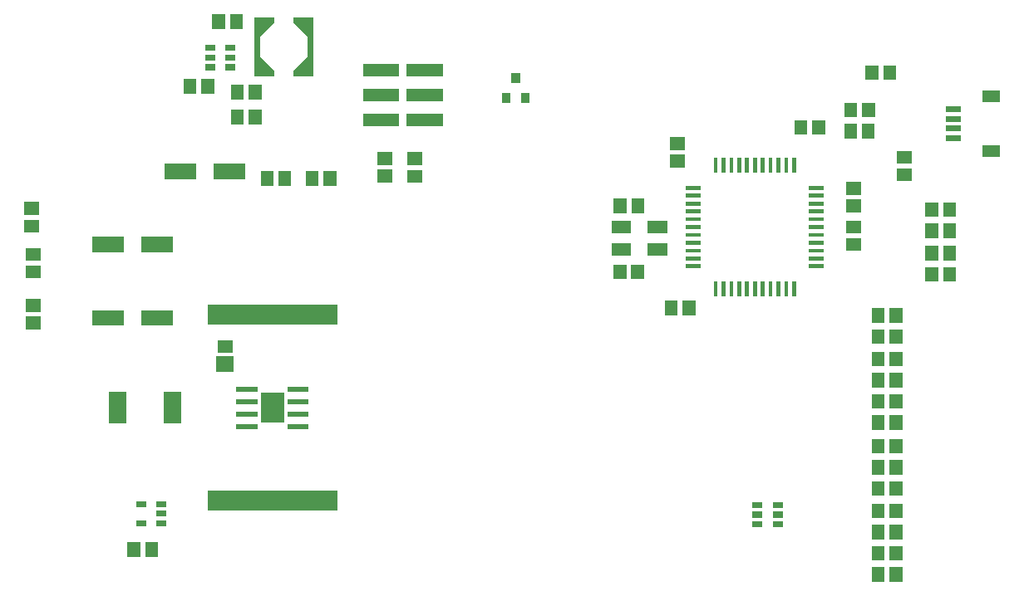
<source format=gbr>
G04 start of page 10 for group -4015 idx -4015 *
G04 Title: (unknown), toppaste *
G04 Creator: pcb 4.0.2 *
G04 CreationDate: Fri Feb  3 04:42:44 2023 UTC *
G04 For: ndholmes *
G04 Format: Gerber/RS-274X *
G04 PCB-Dimensions (mil): 4000.00 2900.00 *
G04 PCB-Coordinate-Origin: lower left *
%MOIN*%
%FSLAX25Y25*%
%LNTOPPASTE*%
%ADD82C,0.0001*%
G54D82*G36*
X348973Y262952D02*X343855D01*
Y257048D01*
X348973D01*
Y262952D01*
G37*
G36*
X356059D02*X350941D01*
Y257048D01*
X356059D01*
Y262952D01*
G37*
G36*
X62858Y223450D02*Y217150D01*
X75457D01*
Y223450D01*
X62858D01*
G37*
G36*
X82543D02*Y217150D01*
X95142D01*
Y223450D01*
X82543D01*
G37*
G36*
X60102Y71452D02*X54984D01*
Y65548D01*
X60102D01*
Y71452D01*
G37*
G36*
X53016D02*X47898D01*
Y65548D01*
X53016D01*
Y71452D01*
G37*
G36*
X142376Y263600D02*Y258600D01*
X156864D01*
Y263600D01*
X142376D01*
G37*
G36*
Y253600D02*Y248600D01*
X156864D01*
Y253600D01*
X142376D01*
G37*
G36*
Y243600D02*Y238600D01*
X156864D01*
Y243600D01*
X142376D01*
G37*
G36*
X159856D02*Y238600D01*
X174344D01*
Y243600D01*
X159856D01*
G37*
G36*
Y253600D02*Y248600D01*
X174344D01*
Y253600D01*
X159856D01*
G37*
G36*
Y263600D02*Y258600D01*
X174344D01*
Y263600D01*
X159856D01*
G37*
G36*
X101602Y255052D02*X96484D01*
Y249148D01*
X101602D01*
Y255052D01*
G37*
G36*
X94516D02*X89398D01*
Y249148D01*
X94516D01*
Y255052D01*
G37*
G36*
X75516Y257452D02*X70398D01*
Y251548D01*
X75516D01*
Y257452D01*
G37*
G36*
X82602D02*X77484D01*
Y251548D01*
X82602D01*
Y257452D01*
G37*
G36*
X79000Y271200D02*Y268800D01*
X83000D01*
Y271200D01*
X79000D01*
G37*
G36*
Y267300D02*Y264900D01*
X83000D01*
Y267300D01*
X79000D01*
G37*
G36*
Y263400D02*Y261000D01*
X83000D01*
Y263400D01*
X79000D01*
G37*
G36*
X87200D02*Y261000D01*
X91200D01*
Y263400D01*
X87200D01*
G37*
G36*
Y267300D02*Y264900D01*
X91200D01*
Y267300D01*
X87200D01*
G37*
G36*
Y271200D02*Y268800D01*
X91200D01*
Y271200D01*
X87200D01*
G37*
G36*
X101602Y245152D02*X96484D01*
Y239248D01*
X101602D01*
Y245152D01*
G37*
G36*
X94516D02*X89398D01*
Y239248D01*
X94516D01*
Y245152D01*
G37*
G36*
X101000Y282300D02*X98700D01*
Y258600D01*
X101000D01*
Y282300D01*
G37*
G36*
X98700Y260900D02*Y258600D01*
X106600D01*
Y260900D01*
X98700D01*
G37*
G36*
Y282300D02*Y280000D01*
X106600D01*
Y282300D01*
X98700D01*
G37*
G36*
X122400D02*X120100D01*
Y258600D01*
X122400D01*
Y282300D01*
G37*
G36*
X114500Y260900D02*Y258600D01*
X122400D01*
Y260900D01*
X114500D01*
G37*
G36*
Y282300D02*Y280000D01*
X122400D01*
Y282300D01*
X114500D01*
G37*
G36*
X101000Y266494D02*X98879Y264373D01*
X104473Y258779D01*
X106594Y260900D01*
X101000Y266494D01*
G37*
G36*
X106594Y280000D02*X104473Y282121D01*
X98879Y276527D01*
X101000Y274406D01*
X106594Y280000D01*
G37*
G36*
X122221Y264373D02*X120100Y266494D01*
X114506Y260900D01*
X116627Y258779D01*
X122221Y264373D01*
G37*
G36*
X116627Y282121D02*X114506Y280000D01*
X120100Y274406D01*
X122221Y276527D01*
X116627Y282121D01*
G37*
G36*
X99200Y262700D02*Y259100D01*
X102800D01*
Y262700D01*
X99200D01*
G37*
G36*
Y281800D02*Y278200D01*
X102800D01*
Y281800D01*
X99200D01*
G37*
G36*
X118300Y262700D02*Y259100D01*
X121900D01*
Y262700D01*
X118300D01*
G37*
G36*
Y281800D02*Y278200D01*
X121900D01*
Y281800D01*
X118300D01*
G37*
G36*
X6548Y200973D02*Y195855D01*
X12452D01*
Y200973D01*
X6548D01*
G37*
G36*
Y208059D02*Y202941D01*
X12452D01*
Y208059D01*
X6548D01*
G37*
G36*
X87016Y283452D02*X81898D01*
Y277548D01*
X87016D01*
Y283452D01*
G37*
G36*
X94102D02*X88984D01*
Y277548D01*
X94102D01*
Y283452D01*
G37*
G36*
X53543Y164650D02*Y158350D01*
X66142D01*
Y164650D01*
X53543D01*
G37*
G36*
X33858D02*Y158350D01*
X46457D01*
Y164650D01*
X33858D01*
G37*
G36*
X53543Y194150D02*Y187850D01*
X66142D01*
Y194150D01*
X53543D01*
G37*
G36*
X33858D02*Y187850D01*
X46457D01*
Y194150D01*
X33858D01*
G37*
G36*
X112000Y119000D02*Y117000D01*
X120500D01*
Y119000D01*
X112000D01*
G37*
G36*
Y124000D02*Y122000D01*
X120500D01*
Y124000D01*
X112000D01*
G37*
G36*
Y129000D02*Y127000D01*
X120500D01*
Y129000D01*
X112000D01*
G37*
G36*
Y134000D02*Y132000D01*
X120500D01*
Y134000D01*
X112000D01*
G37*
G36*
X91500D02*Y132000D01*
X100000D01*
Y134000D01*
X91500D01*
G37*
G36*
Y129000D02*Y127000D01*
X100000D01*
Y129000D01*
X91500D01*
G37*
G36*
Y124000D02*Y122000D01*
X100000D01*
Y124000D01*
X91500D01*
G37*
G36*
Y119000D02*Y117000D01*
X100000D01*
Y119000D01*
X91500D01*
G37*
G36*
X109250Y129830D02*X102750D01*
Y121170D01*
X109250D01*
Y129830D01*
G37*
G36*
X110725Y131605D02*X101275D01*
Y119395D01*
X110725D01*
Y131605D01*
G37*
G36*
X106473Y220452D02*X101355D01*
Y214548D01*
X106473D01*
Y220452D01*
G37*
G36*
X113559D02*X108441D01*
Y214548D01*
X113559D01*
Y220452D01*
G37*
G36*
X51300Y88000D02*Y85600D01*
X55300D01*
Y88000D01*
X51300D01*
G37*
G36*
Y80200D02*Y77800D01*
X55300D01*
Y80200D01*
X51300D01*
G37*
G36*
X59500D02*Y77800D01*
X63500D01*
Y80200D01*
X59500D01*
G37*
G36*
Y84100D02*Y81700D01*
X63500D01*
Y84100D01*
X59500D01*
G37*
G36*
Y88000D02*Y85600D01*
X63500D01*
Y88000D01*
X59500D01*
G37*
G36*
X124516Y220452D02*X119398D01*
Y214548D01*
X124516D01*
Y220452D01*
G37*
G36*
X131602D02*X126484D01*
Y214548D01*
X131602D01*
Y220452D01*
G37*
G36*
X7048Y162016D02*Y156898D01*
X12952D01*
Y162016D01*
X7048D01*
G37*
G36*
Y169102D02*Y163984D01*
X12952D01*
Y169102D01*
X7048D01*
G37*
G36*
X255102Y209452D02*X249984D01*
Y203548D01*
X255102D01*
Y209452D01*
G37*
G36*
X248016D02*X242898D01*
Y203548D01*
X248016D01*
Y209452D01*
G37*
G36*
X247930Y182952D02*X242812D01*
Y177048D01*
X247930D01*
Y182952D01*
G37*
G36*
X255016D02*X249898D01*
Y177048D01*
X255016D01*
Y182952D01*
G37*
G36*
X271815Y214535D02*Y212961D01*
X277815D01*
Y214535D01*
X271815D01*
G37*
G36*
Y211386D02*Y209812D01*
X277815D01*
Y211386D01*
X271815D01*
G37*
G36*
Y208236D02*Y206662D01*
X277815D01*
Y208236D01*
X271815D01*
G37*
G36*
Y205087D02*Y203513D01*
X277815D01*
Y205087D01*
X271815D01*
G37*
G36*
Y201937D02*Y200363D01*
X277815D01*
Y201937D01*
X271815D01*
G37*
G36*
Y198787D02*Y197213D01*
X277815D01*
Y198787D01*
X271815D01*
G37*
G36*
Y195638D02*Y194064D01*
X277815D01*
Y195638D01*
X271815D01*
G37*
G36*
Y192488D02*Y190914D01*
X277815D01*
Y192488D01*
X271815D01*
G37*
G36*
Y189339D02*Y187765D01*
X277815D01*
Y189339D01*
X271815D01*
G37*
G36*
Y186189D02*Y184615D01*
X277815D01*
Y186189D01*
X271815D01*
G37*
G36*
Y183039D02*Y181465D01*
X277815D01*
Y183039D01*
X271815D01*
G37*
G36*
X284539Y176315D02*X282965D01*
Y170315D01*
X284539D01*
Y176315D01*
G37*
G36*
X287688D02*X286114D01*
Y170315D01*
X287688D01*
Y176315D01*
G37*
G36*
X290838D02*X289264D01*
Y170315D01*
X290838D01*
Y176315D01*
G37*
G36*
X293987D02*X292413D01*
Y170315D01*
X293987D01*
Y176315D01*
G37*
G36*
X297137D02*X295563D01*
Y170315D01*
X297137D01*
Y176315D01*
G37*
G36*
X300287D02*X298713D01*
Y170315D01*
X300287D01*
Y176315D01*
G37*
G36*
X303436D02*X301862D01*
Y170315D01*
X303436D01*
Y176315D01*
G37*
G36*
X306586D02*X305012D01*
Y170315D01*
X306586D01*
Y176315D01*
G37*
G36*
X309735D02*X308161D01*
Y170315D01*
X309735D01*
Y176315D01*
G37*
G36*
X312885D02*X311311D01*
Y170315D01*
X312885D01*
Y176315D01*
G37*
G36*
X316035D02*X314461D01*
Y170315D01*
X316035D01*
Y176315D01*
G37*
G36*
X321185Y183039D02*Y181465D01*
X327185D01*
Y183039D01*
X321185D01*
G37*
G36*
Y186188D02*Y184614D01*
X327185D01*
Y186188D01*
X321185D01*
G37*
G36*
Y189338D02*Y187764D01*
X327185D01*
Y189338D01*
X321185D01*
G37*
G36*
Y192487D02*Y190913D01*
X327185D01*
Y192487D01*
X321185D01*
G37*
G36*
Y195637D02*Y194063D01*
X327185D01*
Y195637D01*
X321185D01*
G37*
G36*
Y198787D02*Y197213D01*
X327185D01*
Y198787D01*
X321185D01*
G37*
G36*
Y201936D02*Y200362D01*
X327185D01*
Y201936D01*
X321185D01*
G37*
G36*
Y205086D02*Y203512D01*
X327185D01*
Y205086D01*
X321185D01*
G37*
G36*
Y208235D02*Y206661D01*
X327185D01*
Y208235D01*
X321185D01*
G37*
G36*
Y211385D02*Y209811D01*
X327185D01*
Y211385D01*
X321185D01*
G37*
G36*
Y214535D02*Y212961D01*
X327185D01*
Y214535D01*
X321185D01*
G37*
G36*
X316035Y225685D02*X314461D01*
Y219685D01*
X316035D01*
Y225685D01*
G37*
G36*
X312886D02*X311312D01*
Y219685D01*
X312886D01*
Y225685D01*
G37*
G36*
X309736D02*X308162D01*
Y219685D01*
X309736D01*
Y225685D01*
G37*
G36*
X306587D02*X305013D01*
Y219685D01*
X306587D01*
Y225685D01*
G37*
G36*
X303437D02*X301863D01*
Y219685D01*
X303437D01*
Y225685D01*
G37*
G36*
X300287D02*X298713D01*
Y219685D01*
X300287D01*
Y225685D01*
G37*
G36*
X297138D02*X295564D01*
Y219685D01*
X297138D01*
Y225685D01*
G37*
G36*
X293988D02*X292414D01*
Y219685D01*
X293988D01*
Y225685D01*
G37*
G36*
X290839D02*X289265D01*
Y219685D01*
X290839D01*
Y225685D01*
G37*
G36*
X287689D02*X286115D01*
Y219685D01*
X287689D01*
Y225685D01*
G37*
G36*
X284539D02*X282965D01*
Y219685D01*
X284539D01*
Y225685D01*
G37*
G36*
X241997Y191503D02*Y186385D01*
X249870D01*
Y191503D01*
X241997D01*
G37*
G36*
X256564D02*Y186385D01*
X264437D01*
Y191503D01*
X256564D01*
G37*
G36*
Y200559D02*Y195441D01*
X264437D01*
Y200559D01*
X256564D01*
G37*
G36*
X241997D02*Y195441D01*
X249870D01*
Y200559D01*
X241997D01*
G37*
G36*
X336048Y193516D02*Y188398D01*
X341952D01*
Y193516D01*
X336048D01*
G37*
G36*
Y200602D02*Y195484D01*
X341952D01*
Y200602D01*
X336048D01*
G37*
G36*
X265548Y227016D02*Y221898D01*
X271452D01*
Y227016D01*
X265548D01*
G37*
G36*
Y234102D02*Y228984D01*
X271452D01*
Y234102D01*
X265548D01*
G37*
G36*
X306600Y79800D02*Y77400D01*
X310600D01*
Y79800D01*
X306600D01*
G37*
G36*
Y83700D02*Y81300D01*
X310600D01*
Y83700D01*
X306600D01*
G37*
G36*
Y87600D02*Y85200D01*
X310600D01*
Y87600D01*
X306600D01*
G37*
G36*
X298400D02*Y85200D01*
X302400D01*
Y87600D01*
X298400D01*
G37*
G36*
Y83700D02*Y81300D01*
X302400D01*
Y83700D01*
X298400D01*
G37*
G36*
Y79800D02*Y77400D01*
X302400D01*
Y79800D01*
X298400D01*
G37*
G36*
X7048Y182516D02*Y177398D01*
X12952D01*
Y182516D01*
X7048D01*
G37*
G36*
Y189602D02*Y184484D01*
X12952D01*
Y189602D01*
X7048D01*
G37*
G36*
X201400Y251800D02*X198000D01*
Y247800D01*
X201400D01*
Y251800D01*
G37*
G36*
X209200D02*X205800D01*
Y247800D01*
X209200D01*
Y251800D01*
G37*
G36*
X205300Y260000D02*X201900D01*
Y256000D01*
X205300D01*
Y260000D01*
G37*
G36*
X336048Y216102D02*Y210984D01*
X341952D01*
Y216102D01*
X336048D01*
G37*
G36*
Y209016D02*Y203898D01*
X341952D01*
Y209016D01*
X336048D01*
G37*
G36*
X320516Y240952D02*X315398D01*
Y235048D01*
X320516D01*
Y240952D01*
G37*
G36*
X327602D02*X322484D01*
Y235048D01*
X327602D01*
Y240952D01*
G37*
G36*
X375949Y234775D02*Y232413D01*
X382051D01*
Y234775D01*
X375949D01*
G37*
G36*
Y238712D02*Y236350D01*
X382051D01*
Y238712D01*
X375949D01*
G37*
G36*
Y242650D02*Y240288D01*
X382051D01*
Y242650D01*
X375949D01*
G37*
G36*
Y246587D02*Y244225D01*
X382051D01*
Y246587D01*
X375949D01*
G37*
G36*
X390713Y230838D02*Y226114D01*
X397799D01*
Y230838D01*
X390713D01*
G37*
G36*
Y252886D02*Y248162D01*
X397799D01*
Y252886D01*
X390713D01*
G37*
G36*
X373016Y207952D02*X367898D01*
Y202048D01*
X373016D01*
Y207952D01*
G37*
G36*
X380102D02*X374984D01*
Y202048D01*
X380102D01*
Y207952D01*
G37*
G36*
X356548Y221516D02*Y216398D01*
X362452D01*
Y221516D01*
X356548D01*
G37*
G36*
Y228602D02*Y223484D01*
X362452D01*
Y228602D01*
X356548D01*
G37*
G36*
X373016Y181952D02*X367898D01*
Y176048D01*
X373016D01*
Y181952D01*
G37*
G36*
X380102D02*X374984D01*
Y176048D01*
X380102D01*
Y181952D01*
G37*
G36*
X69568Y131800D02*X62481D01*
Y119201D01*
X69568D01*
Y131800D01*
G37*
G36*
X47519D02*X40432D01*
Y119201D01*
X47519D01*
Y131800D01*
G37*
G36*
X84048Y152602D02*Y147484D01*
X89952D01*
Y152602D01*
X84048D01*
G37*
G36*
X83548Y146016D02*Y139898D01*
X90452D01*
Y146016D01*
X83548D01*
G37*
G36*
X80000Y92098D02*Y84098D01*
X132000D01*
Y92098D01*
X80000D01*
G37*
G36*
Y166902D02*Y158902D01*
X132000D01*
Y166902D01*
X80000D01*
G37*
G36*
X358602Y95952D02*X353484D01*
Y90048D01*
X358602D01*
Y95952D01*
G37*
G36*
X351516D02*X346398D01*
Y90048D01*
X351516D01*
Y95952D01*
G37*
G36*
X373016Y190452D02*X367898D01*
Y184548D01*
X373016D01*
Y190452D01*
G37*
G36*
X380102D02*X374984D01*
Y184548D01*
X380102D01*
Y190452D01*
G37*
G36*
X373016Y199452D02*X367898D01*
Y193548D01*
X373016D01*
Y199452D01*
G37*
G36*
X380102D02*X374984D01*
Y193548D01*
X380102D01*
Y199452D01*
G37*
G36*
X358602Y61452D02*X353484D01*
Y55548D01*
X358602D01*
Y61452D01*
G37*
G36*
X351516D02*X346398D01*
Y55548D01*
X351516D01*
Y61452D01*
G37*
G36*
X358602Y86952D02*X353484D01*
Y81048D01*
X358602D01*
Y86952D01*
G37*
G36*
X351516D02*X346398D01*
Y81048D01*
X351516D01*
Y86952D01*
G37*
G36*
X358602Y69952D02*X353484D01*
Y64048D01*
X358602D01*
Y69952D01*
G37*
G36*
X351516D02*X346398D01*
Y64048D01*
X351516D01*
Y69952D01*
G37*
G36*
X358602Y78452D02*X353484D01*
Y72548D01*
X358602D01*
Y78452D01*
G37*
G36*
X351516D02*X346398D01*
Y72548D01*
X351516D01*
Y78452D01*
G37*
G36*
X275602Y168452D02*X270484D01*
Y162548D01*
X275602D01*
Y168452D01*
G37*
G36*
X268516D02*X263398D01*
Y162548D01*
X268516D01*
Y168452D01*
G37*
G36*
X148048Y228102D02*Y222984D01*
X153952D01*
Y228102D01*
X148048D01*
G37*
G36*
Y221016D02*Y215898D01*
X153952D01*
Y221016D01*
X148048D01*
G37*
G36*
X340516Y247952D02*X335398D01*
Y242048D01*
X340516D01*
Y247952D01*
G37*
G36*
X347602D02*X342484D01*
Y242048D01*
X347602D01*
Y247952D01*
G37*
G36*
X340473Y239452D02*X335355D01*
Y233548D01*
X340473D01*
Y239452D01*
G37*
G36*
X347559D02*X342441D01*
Y233548D01*
X347559D01*
Y239452D01*
G37*
G36*
X351516Y156952D02*X346398D01*
Y151048D01*
X351516D01*
Y156952D01*
G37*
G36*
X358602D02*X353484D01*
Y151048D01*
X358602D01*
Y156952D01*
G37*
G36*
X351516Y139452D02*X346398D01*
Y133548D01*
X351516D01*
Y139452D01*
G37*
G36*
X358602D02*X353484D01*
Y133548D01*
X358602D01*
Y139452D01*
G37*
G36*
X351516Y122452D02*X346398D01*
Y116548D01*
X351516D01*
Y122452D01*
G37*
G36*
X358602D02*X353484D01*
Y116548D01*
X358602D01*
Y122452D01*
G37*
G36*
X351516Y104452D02*X346398D01*
Y98548D01*
X351516D01*
Y104452D01*
G37*
G36*
X358602D02*X353484D01*
Y98548D01*
X358602D01*
Y104452D01*
G37*
G36*
X351516Y165452D02*X346398D01*
Y159548D01*
X351516D01*
Y165452D01*
G37*
G36*
X358602D02*X353484D01*
Y159548D01*
X358602D01*
Y165452D01*
G37*
G36*
X351516Y147952D02*X346398D01*
Y142048D01*
X351516D01*
Y147952D01*
G37*
G36*
X358602D02*X353484D01*
Y142048D01*
X358602D01*
Y147952D01*
G37*
G36*
X351516Y130952D02*X346398D01*
Y125048D01*
X351516D01*
Y130952D01*
G37*
G36*
X358602D02*X353484D01*
Y125048D01*
X358602D01*
Y130952D01*
G37*
G36*
X351516Y112952D02*X346398D01*
Y107048D01*
X351516D01*
Y112952D01*
G37*
G36*
X358602D02*X353484D01*
Y107048D01*
X358602D01*
Y112952D01*
G37*
G36*
X160048Y220973D02*Y215855D01*
X165952D01*
Y220973D01*
X160048D01*
G37*
G36*
Y228059D02*Y222941D01*
X165952D01*
Y228059D01*
X160048D01*
G37*
M02*

</source>
